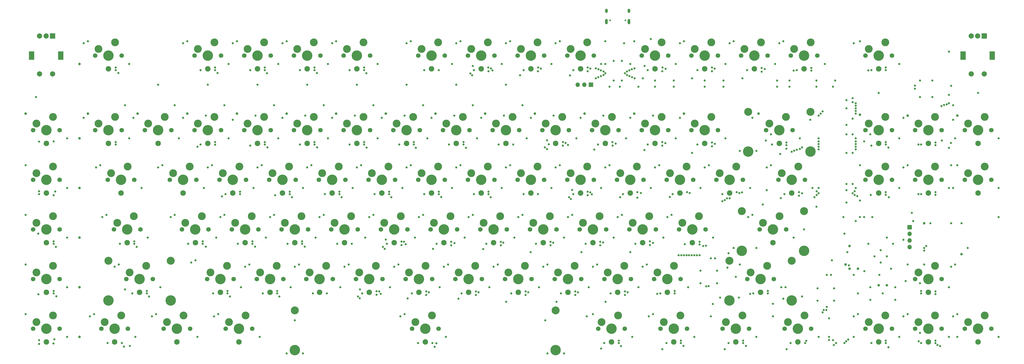
<source format=gts>
%TF.GenerationSoftware,KiCad,Pcbnew,(5.1.10)-1*%
%TF.CreationDate,2021-12-23T20:50:28-05:00*%
%TF.ProjectId,custom_keyboard (f303),63757374-6f6d-45f6-9b65-79626f617264,rev?*%
%TF.SameCoordinates,Original*%
%TF.FileFunction,Soldermask,Top*%
%TF.FilePolarity,Negative*%
%FSLAX46Y46*%
G04 Gerber Fmt 4.6, Leading zero omitted, Abs format (unit mm)*
G04 Created by KiCad (PCBNEW (5.1.10)-1) date 2021-12-23 20:50:28*
%MOMM*%
%LPD*%
G01*
G04 APERTURE LIST*
%ADD10C,2.100000*%
%ADD11R,2.000000X2.000000*%
%ADD12C,2.000000*%
%ADD13R,2.000000X3.200000*%
%ADD14C,1.000000*%
%ADD15O,1.700000X1.700000*%
%ADD16R,1.700000X1.700000*%
%ADD17C,0.650000*%
%ADD18O,1.000000X2.100000*%
%ADD19O,1.000000X1.600000*%
%ADD20C,3.000000*%
%ADD21C,1.750000*%
%ADD22C,4.000000*%
%ADD23C,3.050000*%
%ADD24C,0.800000*%
G04 APERTURE END LIST*
D10*
%TO.C,LED1*%
X30160600Y-131273300D03*
%TD*%
D11*
%TO.C,ROT1*%
X32541700Y-90084950D03*
D12*
X30041700Y-90084950D03*
X27541700Y-90084950D03*
D13*
X35641700Y-97584950D03*
X24441700Y-97584950D03*
D12*
X32541700Y-104584950D03*
X27541700Y-104584950D03*
%TD*%
D14*
%TO.C,COL12*%
X255571400Y-119848700D03*
%TD*%
%TO.C,COL3*%
X84132200Y-119848700D03*
%TD*%
%TO.C,COL0*%
X22223600Y-119848700D03*
%TD*%
%TO.C,ROW5*%
X42859800Y-205568300D03*
%TD*%
%TO.C,ROW4*%
X42859800Y-186519500D03*
%TD*%
%TO.C,ROW3*%
X42859800Y-167470700D03*
%TD*%
%TO.C,ROW2*%
X42859800Y-148421900D03*
%TD*%
%TO.C,ROW1*%
X42859800Y-129373100D03*
%TD*%
%TO.C,ROW0*%
X42859800Y-100799900D03*
%TD*%
%TO.C,COL16*%
X360339800Y-120642400D03*
%TD*%
%TO.C,COL17*%
X379388600Y-120642400D03*
%TD*%
%TO.C,COL4*%
X103181000Y-119848700D03*
%TD*%
%TO.C,COL5*%
X122229800Y-119848700D03*
%TD*%
%TO.C,COL6*%
X141278600Y-119848700D03*
%TD*%
%TO.C,COL7*%
X160327400Y-119848700D03*
%TD*%
%TO.C,COL8*%
X179376200Y-119848700D03*
%TD*%
%TO.C,COL9*%
X198425000Y-119848700D03*
%TD*%
%TO.C,COL10*%
X217473800Y-119848700D03*
%TD*%
%TO.C,COL11*%
X236522600Y-119848700D03*
%TD*%
%TO.C,COL14*%
X303193400Y-119848700D03*
%TD*%
%TO.C,COL2*%
X65083400Y-119848700D03*
%TD*%
D11*
%TO.C,ROT2*%
X389706700Y-90084950D03*
D12*
X387206700Y-90084950D03*
X384706700Y-90084950D03*
D13*
X392806700Y-97584950D03*
X381606700Y-97584950D03*
D12*
X389706700Y-104584950D03*
X384706700Y-104584950D03*
%TD*%
D14*
%TO.C,BOOT0*%
X380976000Y-173820300D03*
%TD*%
%TO.C,BOOT1*%
X338116200Y-170645500D03*
%TD*%
%TO.C,ENCA1*%
X338116200Y-179376200D03*
%TD*%
%TO.C,ENCB2*%
X336528800Y-177788800D03*
%TD*%
D15*
%TO.C,J1*%
X361133500Y-171122200D03*
X361133500Y-168582200D03*
X361133500Y-166042200D03*
D16*
X361133500Y-163502200D03*
%TD*%
D14*
%TO.C,X1*%
X352402800Y-185725800D03*
%TD*%
%TO.C,X2*%
X349228000Y-185725800D03*
%TD*%
%TO.C,ENCB1*%
X341291000Y-179376200D03*
%TD*%
D17*
%TO.C,USB1*%
X252111800Y-84032600D03*
X246331800Y-84032600D03*
D18*
X244901800Y-84562600D03*
X253541800Y-84562600D03*
D19*
X244901800Y-80382600D03*
X253541800Y-80382600D03*
%TD*%
D10*
%TO.C,LED3*%
X53971600Y-102700100D03*
%TD*%
%TO.C,LED4*%
X92069200Y-102700100D03*
%TD*%
%TO.C,LED5*%
X111118000Y-102700100D03*
%TD*%
%TO.C,LED6*%
X130166800Y-102700100D03*
%TD*%
%TO.C,LED7*%
X149215600Y-102700100D03*
%TD*%
%TO.C,LED8*%
X177788800Y-102700100D03*
%TD*%
%TO.C,LED9*%
X196837600Y-102700100D03*
%TD*%
%TO.C,LED10*%
X215886400Y-102700100D03*
%TD*%
%TO.C,LED11*%
X234935200Y-102700100D03*
%TD*%
%TO.C,LED12*%
X263508400Y-102700100D03*
%TD*%
%TO.C,LED13*%
X282557200Y-102700100D03*
%TD*%
%TO.C,LED14*%
X301606000Y-102700100D03*
%TD*%
%TO.C,LED15*%
X320654800Y-102700100D03*
%TD*%
%TO.C,LED16*%
X349228000Y-102700100D03*
%TD*%
%TO.C,LED33*%
X82544800Y-150322100D03*
%TD*%
%TO.C,LED34*%
X101593600Y-150322100D03*
%TD*%
%TO.C,LED35*%
X120642400Y-150322100D03*
%TD*%
%TO.C,LED36*%
X139691200Y-150322100D03*
%TD*%
%TO.C,LED37*%
X158740000Y-150322100D03*
%TD*%
%TO.C,LED38*%
X177788800Y-150322100D03*
%TD*%
%TO.C,LED39*%
X196837600Y-150322100D03*
%TD*%
%TO.C,LED40*%
X215886400Y-150322100D03*
%TD*%
%TO.C,LED41*%
X234935200Y-150322100D03*
%TD*%
%TO.C,LED42*%
X253984000Y-150322100D03*
%TD*%
%TO.C,LED43*%
X273032800Y-150322100D03*
%TD*%
%TO.C,LED44*%
X292081600Y-150322100D03*
%TD*%
%TO.C,LED45*%
X315892600Y-150322100D03*
%TD*%
%TO.C,LED46*%
X349228000Y-150322100D03*
%TD*%
%TO.C,LED47*%
X368276800Y-150322100D03*
%TD*%
%TO.C,LED48*%
X387325600Y-150322100D03*
%TD*%
%TO.C,LED65*%
X30160600Y-207468500D03*
%TD*%
%TO.C,LED66*%
X56352700Y-207468500D03*
%TD*%
%TO.C,LED67*%
X80163700Y-207468500D03*
%TD*%
%TO.C,LED68*%
X30160600Y-188419700D03*
%TD*%
%TO.C,LED69*%
X65877100Y-188419700D03*
%TD*%
%TO.C,LED70*%
X96831400Y-188419700D03*
%TD*%
%TO.C,LED71*%
X115880200Y-188419700D03*
%TD*%
%TO.C,LED72*%
X134929000Y-188419700D03*
%TD*%
%TO.C,LED73*%
X153977800Y-188419700D03*
%TD*%
%TO.C,LED74*%
X173026600Y-188419700D03*
%TD*%
%TO.C,LED75*%
X192075400Y-188419700D03*
%TD*%
%TO.C,LED76*%
X211124200Y-188419700D03*
%TD*%
%TO.C,LED77*%
X230173000Y-188419700D03*
%TD*%
%TO.C,LED78*%
X249221800Y-188419700D03*
%TD*%
%TO.C,LED79*%
X268270600Y-188419700D03*
%TD*%
%TO.C,LED80*%
X303987100Y-188419700D03*
%TD*%
%TO.C,LED2*%
X53971600Y-131273300D03*
%TD*%
D14*
%TO.C,COL13*%
X274620200Y-119848700D03*
%TD*%
D10*
%TO.C,LED17*%
X387325600Y-131273300D03*
%TD*%
%TO.C,LED18*%
X368276800Y-131273300D03*
%TD*%
%TO.C,LED19*%
X349228000Y-131273300D03*
%TD*%
%TO.C,LED20*%
X311130400Y-131273300D03*
%TD*%
%TO.C,LED21*%
X282557200Y-131273300D03*
%TD*%
%TO.C,LED22*%
X263508400Y-131273300D03*
%TD*%
%TO.C,LED23*%
X244459600Y-131273300D03*
%TD*%
%TO.C,LED24*%
X225410800Y-131273300D03*
%TD*%
%TO.C,LED25*%
X206362000Y-131273300D03*
%TD*%
%TO.C,LED26*%
X187313200Y-131273300D03*
%TD*%
%TO.C,LED27*%
X168264400Y-131273300D03*
%TD*%
%TO.C,LED28*%
X149215600Y-131273300D03*
%TD*%
%TO.C,LED29*%
X130166800Y-131273300D03*
%TD*%
%TO.C,LED30*%
X111118000Y-131273300D03*
%TD*%
%TO.C,LED31*%
X92069200Y-131273300D03*
%TD*%
%TO.C,LED32*%
X73020400Y-131273300D03*
%TD*%
%TO.C,LED81*%
X387325600Y-207468500D03*
%TD*%
%TO.C,LED82*%
X368276800Y-188419700D03*
%TD*%
%TO.C,LED83*%
X368276800Y-207468500D03*
%TD*%
%TO.C,LED84*%
X349228000Y-207468500D03*
%TD*%
%TO.C,LED85*%
X246840700Y-207468500D03*
%TD*%
%TO.C,LED86*%
X270651700Y-207468500D03*
%TD*%
%TO.C,LED87*%
X294462700Y-207468500D03*
%TD*%
%TO.C,LED88*%
X318273700Y-207468500D03*
%TD*%
%TO.C,LED89*%
X175407700Y-207468500D03*
%TD*%
%TO.C,LED90*%
X103974700Y-207468500D03*
%TD*%
%TO.C,LED49*%
X30160600Y-150322100D03*
%TD*%
%TO.C,LED50*%
X58733800Y-150322100D03*
%TD*%
%TO.C,LED51*%
X30160600Y-169370900D03*
%TD*%
%TO.C,LED52*%
X61114900Y-169370900D03*
%TD*%
%TO.C,LED53*%
X87307000Y-169370900D03*
%TD*%
%TO.C,LED54*%
X106355800Y-169370900D03*
%TD*%
%TO.C,LED55*%
X125404600Y-169370900D03*
%TD*%
%TO.C,LED56*%
X144453400Y-169370900D03*
%TD*%
%TO.C,LED57*%
X163502200Y-169370900D03*
%TD*%
%TO.C,LED58*%
X182551000Y-169370900D03*
%TD*%
%TO.C,LED59*%
X201599800Y-169370900D03*
%TD*%
%TO.C,LED60*%
X220648600Y-169370900D03*
%TD*%
%TO.C,LED61*%
X239697400Y-169370900D03*
%TD*%
%TO.C,LED62*%
X258746200Y-169370900D03*
%TD*%
%TO.C,LED63*%
X277795000Y-169370900D03*
%TD*%
%TO.C,LED64*%
X308749300Y-169370900D03*
%TD*%
D14*
%TO.C,RST1*%
X366689400Y-161914800D03*
%TD*%
D15*
%TO.C,J3*%
X233823700Y-108736900D03*
X236363700Y-108736900D03*
D16*
X238903700Y-108736900D03*
%TD*%
D20*
%TO.C,MX1*%
X56511600Y-92545100D03*
X50161600Y-95085100D03*
D21*
X59051600Y-97625100D03*
X48891600Y-97625100D03*
D22*
X53971600Y-97625100D03*
%TD*%
D20*
%TO.C,MX2*%
X94609200Y-92545100D03*
X88259200Y-95085100D03*
D21*
X97149200Y-97625100D03*
X86989200Y-97625100D03*
D22*
X92069200Y-97625100D03*
%TD*%
D20*
%TO.C,MX3*%
X113658000Y-92545100D03*
X107308000Y-95085100D03*
D21*
X116198000Y-97625100D03*
X106038000Y-97625100D03*
D22*
X111118000Y-97625100D03*
%TD*%
D20*
%TO.C,MX4*%
X132706800Y-92545100D03*
X126356800Y-95085100D03*
D21*
X135246800Y-97625100D03*
X125086800Y-97625100D03*
D22*
X130166800Y-97625100D03*
%TD*%
D20*
%TO.C,MX5*%
X151755600Y-92545100D03*
X145405600Y-95085100D03*
D21*
X154295600Y-97625100D03*
X144135600Y-97625100D03*
D22*
X149215600Y-97625100D03*
%TD*%
D20*
%TO.C,MX6*%
X180328800Y-92545100D03*
X173978800Y-95085100D03*
D21*
X182868800Y-97625100D03*
X172708800Y-97625100D03*
D22*
X177788800Y-97625100D03*
%TD*%
D20*
%TO.C,MX7*%
X199377600Y-92545100D03*
X193027600Y-95085100D03*
D21*
X201917600Y-97625100D03*
X191757600Y-97625100D03*
D22*
X196837600Y-97625100D03*
%TD*%
D20*
%TO.C,MX8*%
X218426400Y-92545100D03*
X212076400Y-95085100D03*
D21*
X220966400Y-97625100D03*
X210806400Y-97625100D03*
D22*
X215886400Y-97625100D03*
%TD*%
D20*
%TO.C,MX9*%
X237475200Y-92545100D03*
X231125200Y-95085100D03*
D21*
X240015200Y-97625100D03*
X229855200Y-97625100D03*
D22*
X234935200Y-97625100D03*
%TD*%
D20*
%TO.C,MX10*%
X266048400Y-92545100D03*
X259698400Y-95085100D03*
D21*
X268588400Y-97625100D03*
X258428400Y-97625100D03*
D22*
X263508400Y-97625100D03*
%TD*%
D20*
%TO.C,MX11*%
X285097200Y-92545100D03*
X278747200Y-95085100D03*
D21*
X287637200Y-97625100D03*
X277477200Y-97625100D03*
D22*
X282557200Y-97625100D03*
%TD*%
D20*
%TO.C,MX12*%
X304146000Y-92545100D03*
X297796000Y-95085100D03*
D21*
X306686000Y-97625100D03*
X296526000Y-97625100D03*
D22*
X301606000Y-97625100D03*
%TD*%
D20*
%TO.C,MX13*%
X323194800Y-92545100D03*
X316844800Y-95085100D03*
D21*
X325734800Y-97625100D03*
X315574800Y-97625100D03*
D22*
X320654800Y-97625100D03*
%TD*%
D20*
%TO.C,MX14*%
X351768000Y-92545100D03*
X345418000Y-95085100D03*
D21*
X354308000Y-97625100D03*
X344148000Y-97625100D03*
D22*
X349228000Y-97625100D03*
%TD*%
D20*
%TO.C,MX15*%
X32700600Y-121118300D03*
X26350600Y-123658300D03*
D21*
X35240600Y-126198300D03*
X25080600Y-126198300D03*
D22*
X30160600Y-126198300D03*
%TD*%
D20*
%TO.C,MX16*%
X56511600Y-121118300D03*
X50161600Y-123658300D03*
D21*
X59051600Y-126198300D03*
X48891600Y-126198300D03*
D22*
X53971600Y-126198300D03*
%TD*%
D20*
%TO.C,MX17*%
X75560400Y-121118300D03*
X69210400Y-123658300D03*
D21*
X78100400Y-126198300D03*
X67940400Y-126198300D03*
D22*
X73020400Y-126198300D03*
%TD*%
D20*
%TO.C,MX18*%
X94609200Y-121118300D03*
X88259200Y-123658300D03*
D21*
X97149200Y-126198300D03*
X86989200Y-126198300D03*
D22*
X92069200Y-126198300D03*
%TD*%
D20*
%TO.C,MX19*%
X113658000Y-121118300D03*
X107308000Y-123658300D03*
D21*
X116198000Y-126198300D03*
X106038000Y-126198300D03*
D22*
X111118000Y-126198300D03*
%TD*%
D20*
%TO.C,MX20*%
X132706800Y-121118300D03*
X126356800Y-123658300D03*
D21*
X135246800Y-126198300D03*
X125086800Y-126198300D03*
D22*
X130166800Y-126198300D03*
%TD*%
D20*
%TO.C,MX21*%
X151755600Y-121118300D03*
X145405600Y-123658300D03*
D21*
X154295600Y-126198300D03*
X144135600Y-126198300D03*
D22*
X149215600Y-126198300D03*
%TD*%
D20*
%TO.C,MX22*%
X170804400Y-121118300D03*
X164454400Y-123658300D03*
D21*
X173344400Y-126198300D03*
X163184400Y-126198300D03*
D22*
X168264400Y-126198300D03*
%TD*%
D20*
%TO.C,MX23*%
X189853200Y-121118300D03*
X183503200Y-123658300D03*
D21*
X192393200Y-126198300D03*
X182233200Y-126198300D03*
D22*
X187313200Y-126198300D03*
%TD*%
D20*
%TO.C,MX24*%
X208902000Y-121118300D03*
X202552000Y-123658300D03*
D21*
X211442000Y-126198300D03*
X201282000Y-126198300D03*
D22*
X206362000Y-126198300D03*
%TD*%
D20*
%TO.C,MX25*%
X227950800Y-121118300D03*
X221600800Y-123658300D03*
D21*
X230490800Y-126198300D03*
X220330800Y-126198300D03*
D22*
X225410800Y-126198300D03*
%TD*%
D20*
%TO.C,MX26*%
X246999600Y-121118300D03*
X240649600Y-123658300D03*
D21*
X249539600Y-126198300D03*
X239379600Y-126198300D03*
D22*
X244459600Y-126198300D03*
%TD*%
D20*
%TO.C,MX27*%
X266048400Y-121118300D03*
X259698400Y-123658300D03*
D21*
X268588400Y-126198300D03*
X258428400Y-126198300D03*
D22*
X263508400Y-126198300D03*
%TD*%
D20*
%TO.C,MX28*%
X285097200Y-121118300D03*
X278747200Y-123658300D03*
D21*
X287637200Y-126198300D03*
X277477200Y-126198300D03*
D22*
X282557200Y-126198300D03*
%TD*%
D23*
%TO.C,MX29*%
X323068400Y-119198300D03*
D22*
X323068400Y-134438300D03*
X299192400Y-134438300D03*
D23*
X299192400Y-119198300D03*
D20*
X313670400Y-121118300D03*
X307320400Y-123658300D03*
D21*
X316210400Y-126198300D03*
X306050400Y-126198300D03*
D22*
X311130400Y-126198300D03*
%TD*%
D20*
%TO.C,MX30*%
X351768000Y-121118300D03*
X345418000Y-123658300D03*
D21*
X354308000Y-126198300D03*
X344148000Y-126198300D03*
D22*
X349228000Y-126198300D03*
%TD*%
D20*
%TO.C,MX31*%
X370816800Y-121118300D03*
X364466800Y-123658300D03*
D21*
X373356800Y-126198300D03*
X363196800Y-126198300D03*
D22*
X368276800Y-126198300D03*
%TD*%
D20*
%TO.C,MX32*%
X389865600Y-121118300D03*
X383515600Y-123658300D03*
D21*
X392405600Y-126198300D03*
X382245600Y-126198300D03*
D22*
X387325600Y-126198300D03*
%TD*%
D20*
%TO.C,MX33*%
X32700600Y-140167100D03*
X26350600Y-142707100D03*
D21*
X35240600Y-145247100D03*
X25080600Y-145247100D03*
D22*
X30160600Y-145247100D03*
%TD*%
D20*
%TO.C,MX34*%
X61273800Y-140167100D03*
X54923800Y-142707100D03*
D21*
X63813800Y-145247100D03*
X53653800Y-145247100D03*
D22*
X58733800Y-145247100D03*
%TD*%
D20*
%TO.C,MX35*%
X85084800Y-140167100D03*
X78734800Y-142707100D03*
D21*
X87624800Y-145247100D03*
X77464800Y-145247100D03*
D22*
X82544800Y-145247100D03*
%TD*%
D20*
%TO.C,MX36*%
X104133600Y-140167100D03*
X97783600Y-142707100D03*
D21*
X106673600Y-145247100D03*
X96513600Y-145247100D03*
D22*
X101593600Y-145247100D03*
%TD*%
D20*
%TO.C,MX37*%
X123182400Y-140167100D03*
X116832400Y-142707100D03*
D21*
X125722400Y-145247100D03*
X115562400Y-145247100D03*
D22*
X120642400Y-145247100D03*
%TD*%
D20*
%TO.C,MX38*%
X142231200Y-140167100D03*
X135881200Y-142707100D03*
D21*
X144771200Y-145247100D03*
X134611200Y-145247100D03*
D22*
X139691200Y-145247100D03*
%TD*%
D20*
%TO.C,MX39*%
X161280000Y-140167100D03*
X154930000Y-142707100D03*
D21*
X163820000Y-145247100D03*
X153660000Y-145247100D03*
D22*
X158740000Y-145247100D03*
%TD*%
D20*
%TO.C,MX40*%
X180328800Y-140167100D03*
X173978800Y-142707100D03*
D21*
X182868800Y-145247100D03*
X172708800Y-145247100D03*
D22*
X177788800Y-145247100D03*
%TD*%
D20*
%TO.C,MX41*%
X199377600Y-140167100D03*
X193027600Y-142707100D03*
D21*
X201917600Y-145247100D03*
X191757600Y-145247100D03*
D22*
X196837600Y-145247100D03*
%TD*%
D20*
%TO.C,MX42*%
X218426400Y-140167100D03*
X212076400Y-142707100D03*
D21*
X220966400Y-145247100D03*
X210806400Y-145247100D03*
D22*
X215886400Y-145247100D03*
%TD*%
D20*
%TO.C,MX43*%
X237475200Y-140167100D03*
X231125200Y-142707100D03*
D21*
X240015200Y-145247100D03*
X229855200Y-145247100D03*
D22*
X234935200Y-145247100D03*
%TD*%
D20*
%TO.C,MX44*%
X256524000Y-140167100D03*
X250174000Y-142707100D03*
D21*
X259064000Y-145247100D03*
X248904000Y-145247100D03*
D22*
X253984000Y-145247100D03*
%TD*%
D20*
%TO.C,MX45*%
X275572800Y-140167100D03*
X269222800Y-142707100D03*
D21*
X278112800Y-145247100D03*
X267952800Y-145247100D03*
D22*
X273032800Y-145247100D03*
%TD*%
D20*
%TO.C,MX46*%
X294621600Y-140167100D03*
X288271600Y-142707100D03*
D21*
X297161600Y-145247100D03*
X287001600Y-145247100D03*
D22*
X292081600Y-145247100D03*
%TD*%
D20*
%TO.C,MX47*%
X318432600Y-140167100D03*
X312082600Y-142707100D03*
D21*
X320972600Y-145247100D03*
X310812600Y-145247100D03*
D22*
X315892600Y-145247100D03*
%TD*%
D20*
%TO.C,MX48*%
X351768000Y-140167100D03*
X345418000Y-142707100D03*
D21*
X354308000Y-145247100D03*
X344148000Y-145247100D03*
D22*
X349228000Y-145247100D03*
%TD*%
D20*
%TO.C,MX49*%
X370816800Y-140167100D03*
X364466800Y-142707100D03*
D21*
X373356800Y-145247100D03*
X363196800Y-145247100D03*
D22*
X368276800Y-145247100D03*
%TD*%
D20*
%TO.C,MX50*%
X389865600Y-140167100D03*
X383515600Y-142707100D03*
D21*
X392405600Y-145247100D03*
X382245600Y-145247100D03*
D22*
X387325600Y-145247100D03*
%TD*%
D20*
%TO.C,MX51*%
X32700600Y-159215900D03*
X26350600Y-161755900D03*
D21*
X35240600Y-164295900D03*
X25080600Y-164295900D03*
D22*
X30160600Y-164295900D03*
%TD*%
D20*
%TO.C,MX52*%
X63654900Y-159215900D03*
X57304900Y-161755900D03*
D21*
X66194900Y-164295900D03*
X56034900Y-164295900D03*
D22*
X61114900Y-164295900D03*
%TD*%
D20*
%TO.C,MX53*%
X89788700Y-159215900D03*
X83438700Y-161755900D03*
D21*
X92328700Y-164295900D03*
X82168700Y-164295900D03*
D22*
X87248700Y-164295900D03*
%TD*%
D20*
%TO.C,MX54*%
X108895800Y-159215900D03*
X102545800Y-161755900D03*
D21*
X111435800Y-164295900D03*
X101275800Y-164295900D03*
D22*
X106355800Y-164295900D03*
%TD*%
D20*
%TO.C,MX55*%
X127944600Y-159215900D03*
X121594600Y-161755900D03*
D21*
X130484600Y-164295900D03*
X120324600Y-164295900D03*
D22*
X125404600Y-164295900D03*
%TD*%
D20*
%TO.C,MX56*%
X146993400Y-159215900D03*
X140643400Y-161755900D03*
D21*
X149533400Y-164295900D03*
X139373400Y-164295900D03*
D22*
X144453400Y-164295900D03*
%TD*%
D20*
%TO.C,MX57*%
X166042200Y-159215900D03*
X159692200Y-161755900D03*
D21*
X168582200Y-164295900D03*
X158422200Y-164295900D03*
D22*
X163502200Y-164295900D03*
%TD*%
D20*
%TO.C,MX58*%
X185091000Y-159215900D03*
X178741000Y-161755900D03*
D21*
X187631000Y-164295900D03*
X177471000Y-164295900D03*
D22*
X182551000Y-164295900D03*
%TD*%
D20*
%TO.C,MX59*%
X204139800Y-159215900D03*
X197789800Y-161755900D03*
D21*
X206679800Y-164295900D03*
X196519800Y-164295900D03*
D22*
X201599800Y-164295900D03*
%TD*%
D20*
%TO.C,MX60*%
X223188600Y-159215900D03*
X216838600Y-161755900D03*
D21*
X225728600Y-164295900D03*
X215568600Y-164295900D03*
D22*
X220648600Y-164295900D03*
%TD*%
D20*
%TO.C,MX61*%
X242237400Y-159215900D03*
X235887400Y-161755900D03*
D21*
X244777400Y-164295900D03*
X234617400Y-164295900D03*
D22*
X239697400Y-164295900D03*
%TD*%
D20*
%TO.C,MX62*%
X261286200Y-159215900D03*
X254936200Y-161755900D03*
D21*
X263826200Y-164295900D03*
X253666200Y-164295900D03*
D22*
X258746200Y-164295900D03*
%TD*%
D20*
%TO.C,MX63*%
X280335000Y-159215900D03*
X273985000Y-161755900D03*
D21*
X282875000Y-164295900D03*
X272715000Y-164295900D03*
D22*
X277795000Y-164295900D03*
%TD*%
D23*
%TO.C,MX64*%
X320687300Y-157295900D03*
D22*
X320687300Y-172535900D03*
X296811300Y-172535900D03*
D23*
X296811300Y-157295900D03*
D20*
X311289300Y-159215900D03*
X304939300Y-161755900D03*
D21*
X313829300Y-164295900D03*
X303669300Y-164295900D03*
D22*
X308749300Y-164295900D03*
%TD*%
D20*
%TO.C,MX65*%
X32700600Y-178264700D03*
X26350600Y-180804700D03*
D21*
X35240600Y-183344700D03*
X25080600Y-183344700D03*
D22*
X30160600Y-183344700D03*
%TD*%
D23*
%TO.C,MX66*%
X77815100Y-176344700D03*
D22*
X77815100Y-191584700D03*
X53939100Y-191584700D03*
D23*
X53939100Y-176344700D03*
D20*
X68417100Y-178264700D03*
X62067100Y-180804700D03*
D21*
X70957100Y-183344700D03*
X60797100Y-183344700D03*
D22*
X65877100Y-183344700D03*
%TD*%
D20*
%TO.C,MX67*%
X99371400Y-178264700D03*
X93021400Y-180804700D03*
D21*
X101911400Y-183344700D03*
X91751400Y-183344700D03*
D22*
X96831400Y-183344700D03*
%TD*%
D20*
%TO.C,MX68*%
X118420200Y-178264700D03*
X112070200Y-180804700D03*
D21*
X120960200Y-183344700D03*
X110800200Y-183344700D03*
D22*
X115880200Y-183344700D03*
%TD*%
D20*
%TO.C,MX69*%
X137469000Y-178264700D03*
X131119000Y-180804700D03*
D21*
X140009000Y-183344700D03*
X129849000Y-183344700D03*
D22*
X134929000Y-183344700D03*
%TD*%
D20*
%TO.C,MX70*%
X156517800Y-178264700D03*
X150167800Y-180804700D03*
D21*
X159057800Y-183344700D03*
X148897800Y-183344700D03*
D22*
X153977800Y-183344700D03*
%TD*%
D20*
%TO.C,MX71*%
X175566600Y-178264700D03*
X169216600Y-180804700D03*
D21*
X178106600Y-183344700D03*
X167946600Y-183344700D03*
D22*
X173026600Y-183344700D03*
%TD*%
D20*
%TO.C,MX72*%
X194615400Y-178264700D03*
X188265400Y-180804700D03*
D21*
X197155400Y-183344700D03*
X186995400Y-183344700D03*
D22*
X192075400Y-183344700D03*
%TD*%
D20*
%TO.C,MX73*%
X213664200Y-178264700D03*
X207314200Y-180804700D03*
D21*
X216204200Y-183344700D03*
X206044200Y-183344700D03*
D22*
X211124200Y-183344700D03*
%TD*%
D20*
%TO.C,MX74*%
X232713000Y-178264700D03*
X226363000Y-180804700D03*
D21*
X235253000Y-183344700D03*
X225093000Y-183344700D03*
D22*
X230173000Y-183344700D03*
%TD*%
D20*
%TO.C,MX75*%
X251761800Y-178264700D03*
X245411800Y-180804700D03*
D21*
X254301800Y-183344700D03*
X244141800Y-183344700D03*
D22*
X249221800Y-183344700D03*
%TD*%
D20*
%TO.C,MX76*%
X270810600Y-178264700D03*
X264460600Y-180804700D03*
D21*
X273350600Y-183344700D03*
X263190600Y-183344700D03*
D22*
X268270600Y-183344700D03*
%TD*%
D23*
%TO.C,MX77*%
X315925100Y-176344700D03*
D22*
X315925100Y-191584700D03*
X292049100Y-191584700D03*
D23*
X292049100Y-176344700D03*
D20*
X306527100Y-178264700D03*
X300177100Y-180804700D03*
D21*
X309067100Y-183344700D03*
X298907100Y-183344700D03*
D22*
X303987100Y-183344700D03*
%TD*%
D20*
%TO.C,MX78*%
X370816800Y-178264700D03*
X364466800Y-180804700D03*
D21*
X373356800Y-183344700D03*
X363196800Y-183344700D03*
D22*
X368276800Y-183344700D03*
%TD*%
D20*
%TO.C,MX79*%
X32700600Y-197313500D03*
X26350600Y-199853500D03*
D21*
X35240600Y-202393500D03*
X25080600Y-202393500D03*
D22*
X30160600Y-202393500D03*
%TD*%
D20*
%TO.C,MX80*%
X58892700Y-197313500D03*
X52542700Y-199853500D03*
D21*
X61432700Y-202393500D03*
X51272700Y-202393500D03*
D22*
X56352700Y-202393500D03*
%TD*%
D20*
%TO.C,MX81*%
X82703700Y-197313500D03*
X76353700Y-199853500D03*
D21*
X85243700Y-202393500D03*
X75083700Y-202393500D03*
D22*
X80163700Y-202393500D03*
%TD*%
D20*
%TO.C,MX82*%
X106514700Y-197313500D03*
X100164700Y-199853500D03*
D21*
X109054700Y-202393500D03*
X98894700Y-202393500D03*
D22*
X103974700Y-202393500D03*
%TD*%
D23*
%TO.C,MX83*%
X225407700Y-195393500D03*
D22*
X225407700Y-210633500D03*
X125407700Y-210633500D03*
D23*
X125407700Y-195393500D03*
D20*
X177947700Y-197313500D03*
X171597700Y-199853500D03*
D21*
X180487700Y-202393500D03*
X170327700Y-202393500D03*
D22*
X175407700Y-202393500D03*
%TD*%
D20*
%TO.C,MX84*%
X249380700Y-197313500D03*
X243030700Y-199853500D03*
D21*
X251920700Y-202393500D03*
X241760700Y-202393500D03*
D22*
X246840700Y-202393500D03*
%TD*%
D20*
%TO.C,MX85*%
X273191700Y-197313500D03*
X266841700Y-199853500D03*
D21*
X275731700Y-202393500D03*
X265571700Y-202393500D03*
D22*
X270651700Y-202393500D03*
%TD*%
D20*
%TO.C,MX86*%
X297002700Y-197313500D03*
X290652700Y-199853500D03*
D21*
X299542700Y-202393500D03*
X289382700Y-202393500D03*
D22*
X294462700Y-202393500D03*
%TD*%
D20*
%TO.C,MX87*%
X320813700Y-197313500D03*
X314463700Y-199853500D03*
D21*
X323353700Y-202393500D03*
X313193700Y-202393500D03*
D22*
X318273700Y-202393500D03*
%TD*%
D20*
%TO.C,MX88*%
X351768000Y-197313500D03*
X345418000Y-199853500D03*
D21*
X354308000Y-202393500D03*
X344148000Y-202393500D03*
D22*
X349228000Y-202393500D03*
%TD*%
D20*
%TO.C,MX89*%
X370816800Y-197313500D03*
X364466800Y-199853500D03*
D21*
X373356800Y-202393500D03*
X363196800Y-202393500D03*
D22*
X368276800Y-202393500D03*
%TD*%
D20*
%TO.C,MX90*%
X389865600Y-197313500D03*
X383515600Y-199853500D03*
D21*
X392405600Y-202393500D03*
X382245600Y-202393500D03*
D22*
X387325600Y-202393500D03*
%TD*%
D14*
%TO.C,COL1*%
X46034600Y-119848700D03*
%TD*%
%TO.C,COL15*%
X342084700Y-120245550D03*
%TD*%
D24*
X350815400Y-188900600D03*
X395262600Y-148421900D03*
X91275500Y-120642400D03*
X110324300Y-120642400D03*
X129373100Y-120642400D03*
X148421900Y-120642400D03*
X167470700Y-120642400D03*
X186519500Y-120642400D03*
X205568300Y-120642400D03*
X224617100Y-120642400D03*
X243665900Y-120642400D03*
X262714700Y-120642400D03*
X253984000Y-121436100D03*
X234935200Y-121436100D03*
X215886400Y-121436100D03*
X196837600Y-121436100D03*
X177788800Y-121436100D03*
X158740000Y-121436100D03*
X139691200Y-121436100D03*
X120642400Y-121436100D03*
X101593600Y-122229800D03*
X82544800Y-121436100D03*
X63496000Y-121436100D03*
X44447200Y-121436100D03*
X261921000Y-91275500D03*
X346053200Y-186519500D03*
X355577600Y-186519500D03*
X73020400Y-140484900D03*
X92069200Y-140484900D03*
X111118000Y-140484900D03*
X130166800Y-140484900D03*
X149215600Y-140484900D03*
X168264400Y-140484900D03*
X187313200Y-140484900D03*
X206362000Y-140484900D03*
X225410800Y-140484900D03*
X244459600Y-140484900D03*
X263508400Y-140484900D03*
X282557200Y-140484900D03*
X306368200Y-140484900D03*
X268270600Y-159533700D03*
X299224900Y-159533700D03*
X249221800Y-159533700D03*
X230173000Y-159533700D03*
X211124200Y-159533700D03*
X192075400Y-159533700D03*
X173026600Y-159533700D03*
X153977800Y-159533700D03*
X134929000Y-159533700D03*
X115880200Y-159533700D03*
X96831400Y-159533700D03*
X77782600Y-159533700D03*
X51590500Y-159533700D03*
X44447200Y-92862900D03*
X82544800Y-92862900D03*
X101593600Y-92862900D03*
X120642400Y-92862900D03*
X139691200Y-92862900D03*
X168264400Y-92862900D03*
X187313200Y-92862900D03*
X206362000Y-92862900D03*
X225410800Y-92862900D03*
X273032800Y-92862900D03*
X292081600Y-92862900D03*
X311130400Y-92862900D03*
X339703600Y-92862900D03*
X358752400Y-121436100D03*
X300812300Y-121436100D03*
X46828300Y-197631300D03*
X70639300Y-197631300D03*
X56352700Y-178582500D03*
X94450300Y-197631300D03*
X85719600Y-176995100D03*
X106355800Y-178582500D03*
X125404600Y-178582500D03*
X144453400Y-178582500D03*
X165883300Y-197631300D03*
X163502200Y-178582500D03*
X182551000Y-178582500D03*
X201599800Y-178582500D03*
X220648600Y-178582500D03*
X239697400Y-178582500D03*
X237316300Y-197631300D03*
X258746200Y-178582500D03*
X261127300Y-197631300D03*
X284938300Y-197631300D03*
X308749300Y-197631300D03*
X294462700Y-182551000D03*
X339703600Y-197631300D03*
X358752400Y-197631300D03*
X377801200Y-197631300D03*
X49209400Y-140484900D03*
X125404600Y-199218700D03*
X221442300Y-199218700D03*
X323035900Y-122229800D03*
X346053200Y-127785700D03*
X339306750Y-146834500D03*
X336925650Y-146834500D03*
X325417000Y-155565200D03*
X320654800Y-164295900D03*
X376213800Y-96037700D03*
X60321200Y-116673900D03*
X79370000Y-116673900D03*
X98418800Y-116673900D03*
X117467600Y-116673900D03*
X136516400Y-116673900D03*
X155565200Y-116673900D03*
X174614000Y-116673900D03*
X193662800Y-116673900D03*
X212711600Y-116673900D03*
X73020400Y-108736900D03*
X92069200Y-108736900D03*
X111118000Y-108736900D03*
X130166800Y-108736900D03*
X149215600Y-108736900D03*
X168264400Y-108736900D03*
X187313200Y-108736900D03*
X206362000Y-108736900D03*
X387325600Y-111911700D03*
X349228000Y-111911700D03*
X325417000Y-107149500D03*
X332560300Y-107149500D03*
X325417000Y-109530600D03*
X331766600Y-109530600D03*
X336925650Y-153977800D03*
X358752400Y-140484900D03*
X377007500Y-139691200D03*
X365102000Y-184932100D03*
X341291000Y-188900600D03*
X347640600Y-174614000D03*
X350021700Y-172232900D03*
X350021700Y-176995100D03*
X352402800Y-174614000D03*
X300018600Y-148421900D03*
X323829600Y-148421900D03*
X357165000Y-148421900D03*
X376213800Y-148421900D03*
X280969800Y-148421900D03*
X261921000Y-148421900D03*
X242872200Y-148421900D03*
X223823400Y-148421900D03*
X204774600Y-148421900D03*
X185725800Y-148421900D03*
X166677000Y-148421900D03*
X147628200Y-148421900D03*
X128579400Y-148421900D03*
X109530600Y-148421900D03*
X90481800Y-148421900D03*
X66670800Y-148421900D03*
X38097600Y-148421900D03*
X38097600Y-167470700D03*
X95244000Y-167470700D03*
X114292800Y-167470700D03*
X133341600Y-167470700D03*
X152390400Y-167470700D03*
X171439200Y-167470700D03*
X190488000Y-167470700D03*
X209536800Y-167470700D03*
X228585600Y-167470700D03*
X247634400Y-167470700D03*
X266683200Y-167470700D03*
X285732000Y-167470700D03*
X316686300Y-167470700D03*
X311924100Y-186519500D03*
X376213800Y-186519500D03*
X376213800Y-205568300D03*
X357165000Y-205568300D03*
X326210700Y-205568300D03*
X302399700Y-205568300D03*
X278588700Y-205568300D03*
X254777700Y-205568300D03*
X257158800Y-186519500D03*
X238110000Y-186519500D03*
X219061200Y-186519500D03*
X200012400Y-186519500D03*
X180963600Y-186519500D03*
X183344700Y-205568300D03*
X161914800Y-186519500D03*
X142866000Y-186519500D03*
X123817200Y-186519500D03*
X111911700Y-205568300D03*
X104768400Y-186519500D03*
X73814100Y-186519500D03*
X88100700Y-205568300D03*
X64289700Y-205568300D03*
X38097600Y-186519500D03*
X38097600Y-205568300D03*
X366689400Y-177788800D03*
X377007500Y-178582500D03*
X377007500Y-161914800D03*
X222236000Y-211917900D03*
X228585600Y-211917900D03*
X122229800Y-211917900D03*
X128579400Y-211917900D03*
X257158800Y-109530600D03*
X270651700Y-109530600D03*
X263508400Y-109530600D03*
X270651700Y-107149500D03*
X263508400Y-107149500D03*
X289700500Y-109530600D03*
X289700500Y-107149500D03*
X282557200Y-107149500D03*
X282557200Y-109530600D03*
X310336700Y-109530600D03*
X315098900Y-109530600D03*
X310336700Y-107149500D03*
X315098900Y-107149500D03*
X395262600Y-159533700D03*
X309543000Y-100799900D03*
X290494200Y-100799900D03*
X328591800Y-100799900D03*
X250809200Y-107149500D03*
X247634400Y-107149500D03*
X250015500Y-109530600D03*
X271445400Y-100799900D03*
X242872200Y-100799900D03*
X223823400Y-100799900D03*
X204774600Y-100799900D03*
X185725800Y-100799900D03*
X157152600Y-100799900D03*
X138103800Y-100799900D03*
X119055000Y-100799900D03*
X100006200Y-100799900D03*
X61908600Y-100799900D03*
X273032800Y-121436100D03*
X26192100Y-113499100D03*
X61908600Y-129373100D03*
X336925650Y-114689650D03*
X339306750Y-113895950D03*
X357165000Y-129373100D03*
X373435850Y-130166800D03*
X343672100Y-130563650D03*
X319067400Y-129373100D03*
X290494200Y-129373100D03*
X305971350Y-130166800D03*
X271445400Y-129373100D03*
X252396600Y-129373100D03*
X233347800Y-129373100D03*
X214299000Y-129373100D03*
X195250200Y-129373100D03*
X176201400Y-129373100D03*
X157152600Y-129373100D03*
X138103800Y-129373100D03*
X119055000Y-129373100D03*
X100006200Y-129373100D03*
X80957400Y-129373100D03*
X296050100Y-134135300D03*
X302399700Y-134135300D03*
X365102000Y-107149500D03*
X365102000Y-113499100D03*
X369864200Y-107149500D03*
X369864200Y-113499100D03*
X339306750Y-134929000D03*
X336925650Y-134929000D03*
X377801200Y-122229800D03*
X357165000Y-100799900D03*
X376213800Y-112705400D03*
X280969800Y-184932100D03*
X287319400Y-184932100D03*
X383357100Y-171439200D03*
X306368200Y-149215600D03*
X336925650Y-149215600D03*
X291684750Y-173423450D03*
X293669000Y-171439200D03*
X291287900Y-178979350D03*
X302399700Y-171439200D03*
X325813850Y-186916350D03*
X332163450Y-186916350D03*
X325813850Y-191678550D03*
X332163450Y-191678550D03*
X288509950Y-190488000D03*
X295653250Y-190488000D03*
X276207600Y-186519500D03*
X38097600Y-129373100D03*
X26985800Y-165883300D03*
X60321200Y-187313200D03*
X319861100Y-190091150D03*
X312717800Y-190884850D03*
X280969800Y-180169900D03*
X330179200Y-198425000D03*
X365102000Y-203980900D03*
X330179200Y-206758850D03*
X259539900Y-101593600D03*
X369070500Y-161914800D03*
X246047000Y-109530600D03*
X250809200Y-99609350D03*
X247634400Y-99609350D03*
X69051900Y-167470700D03*
X307955600Y-127785700D03*
X339306750Y-127785700D03*
X336925650Y-127785700D03*
X336925650Y-124214050D03*
X339306750Y-121832950D03*
X336925650Y-117864450D03*
X339306750Y-115483350D03*
X287319400Y-180169900D03*
X342084700Y-153184100D03*
X342084700Y-159533700D03*
X346053200Y-191281700D03*
X355577600Y-191281700D03*
X395262600Y-205568300D03*
X395262600Y-129373100D03*
X330972900Y-181757300D03*
X286525700Y-175407700D03*
X358752400Y-168264400D03*
X345259500Y-169851800D03*
X353990200Y-179376200D03*
X354783900Y-169851800D03*
X343787903Y-180285703D03*
X340497300Y-161121100D03*
X362445910Y-161121100D03*
X349546700Y-181757300D03*
X72226700Y-196837600D03*
X79370000Y-158740000D03*
X74607800Y-139691200D03*
X87307000Y-176201400D03*
X46034600Y-92069200D03*
X50796800Y-139691200D03*
X53177900Y-158740000D03*
X57940100Y-177788800D03*
X48415700Y-196837600D03*
X93656600Y-139691200D03*
X98418800Y-158740000D03*
X107943200Y-177788800D03*
X96037700Y-196837600D03*
X84132200Y-92069200D03*
X340497300Y-148421900D03*
X326210700Y-148421900D03*
X367483100Y-170645500D03*
X377763580Y-148421900D03*
X313511500Y-186519500D03*
X359578121Y-184096106D03*
X366689400Y-171439200D03*
X377801200Y-116673900D03*
X244459600Y-100799900D03*
X253984000Y-100799900D03*
X337800803Y-178089000D03*
X331335866Y-176159562D03*
X330179200Y-205568300D03*
X339703600Y-205568300D03*
X379388600Y-205568300D03*
X378594900Y-177788800D03*
X112705400Y-139691200D03*
X117467600Y-158740000D03*
X126992000Y-177788800D03*
X103181000Y-92069200D03*
X131754200Y-139691200D03*
X136516400Y-158740000D03*
X146040800Y-177788800D03*
X122229800Y-92069200D03*
X150803000Y-139691200D03*
X155565200Y-158740000D03*
X165089600Y-177788800D03*
X167470700Y-196837600D03*
X141278600Y-92069200D03*
X169851800Y-139691200D03*
X174614000Y-158740000D03*
X184138400Y-177788800D03*
X169851800Y-92069200D03*
X188900600Y-139691200D03*
X193662800Y-158740000D03*
X203187200Y-177788800D03*
X188900600Y-92069200D03*
X327004400Y-119848700D03*
X326210700Y-120642400D03*
X380976000Y-161914800D03*
X379388600Y-196837600D03*
X379388600Y-139691200D03*
X360339800Y-139691200D03*
X360339800Y-196837600D03*
X360339800Y-177788800D03*
X366702051Y-172451854D03*
X378594900Y-129373100D03*
X326210700Y-129373100D03*
X340497300Y-129373100D03*
X207949400Y-139691200D03*
X212711600Y-158740000D03*
X222236000Y-177788800D03*
X207949400Y-92069200D03*
X226998200Y-139691200D03*
X241284800Y-177788800D03*
X231760400Y-158740000D03*
X226998200Y-92069200D03*
X239697400Y-196837600D03*
X250809200Y-158740000D03*
X260333600Y-177788800D03*
X262714700Y-196837600D03*
X246047000Y-139691200D03*
X255571400Y-92069200D03*
X269858000Y-158740000D03*
X265095800Y-139691200D03*
X274620200Y-92069200D03*
X284144600Y-139691200D03*
X293669000Y-92069200D03*
X285693027Y-192908073D03*
X296050100Y-177788800D03*
X300812300Y-158740000D03*
X307955600Y-139691200D03*
X312717800Y-92069200D03*
X304780800Y-154771500D03*
X308749300Y-192869100D03*
X341291000Y-196837600D03*
X342084700Y-139691200D03*
X342084700Y-92069200D03*
X339703600Y-181757300D03*
X327798100Y-119055000D03*
X352402800Y-167470700D03*
X337281717Y-173067383D03*
X251602900Y-92862900D03*
X244459600Y-92069200D03*
X336131950Y-165883300D03*
X335735100Y-159533700D03*
X352005950Y-102180997D03*
X345259500Y-103250110D03*
X323432750Y-103350101D03*
X317876850Y-103181000D03*
X305574500Y-102784150D03*
X298828050Y-103181000D03*
X286383434Y-102572781D03*
X279779250Y-103181000D03*
X260730450Y-103181000D03*
X267552013Y-102663013D03*
X241812784Y-102871530D03*
X254646566Y-102871530D03*
X152853371Y-104347131D03*
X151993550Y-102180997D03*
X238729220Y-102567967D03*
X232157250Y-103181000D03*
X219696894Y-102584442D03*
X213108450Y-103181000D03*
X200576444Y-102498441D03*
X194059650Y-103181000D03*
X192706550Y-104419550D03*
X352005950Y-103181000D03*
X346450050Y-103181000D03*
X323432750Y-102350098D03*
X316686300Y-103350101D03*
X242768155Y-103271540D03*
X253691195Y-103271540D03*
X133838667Y-104313036D03*
X132944750Y-102180997D03*
X201202950Y-103277860D03*
X193413657Y-105126659D03*
X304383950Y-103750111D03*
X304383950Y-102350110D03*
X296985343Y-106350141D03*
X242768155Y-105477880D03*
X253691195Y-105477880D03*
X114755771Y-104347131D03*
X113895950Y-102180997D03*
X285335150Y-103577850D03*
X285372632Y-102177849D03*
X277737964Y-106350141D03*
X241775527Y-105877890D03*
X254683823Y-105877890D03*
X95741067Y-104313036D03*
X94847150Y-102180997D03*
X266286350Y-103577850D03*
X266345918Y-102177849D03*
X258816374Y-106277900D03*
X240779669Y-106277900D03*
X255679681Y-106277900D03*
X56749550Y-102180997D03*
X57728510Y-104281010D03*
X56749550Y-131754200D03*
X243752492Y-103664442D03*
X252706858Y-103664442D03*
X180566750Y-103181000D03*
X175010850Y-103181000D03*
X151993550Y-103181000D03*
X146437650Y-103181000D03*
X132944750Y-103181000D03*
X127388850Y-103181000D03*
X113895950Y-103181000D03*
X108340050Y-103181000D03*
X94847150Y-103181000D03*
X89291250Y-103181000D03*
X56749550Y-103181000D03*
X56749550Y-130754197D03*
X237713150Y-103577850D03*
X237713150Y-102177849D03*
X230890582Y-105226229D03*
X244459600Y-104371550D03*
X251999750Y-104371550D03*
X218664350Y-103577850D03*
X218698128Y-102177849D03*
X211730075Y-105114524D03*
X243752492Y-105078658D03*
X252706858Y-105078658D03*
X27382650Y-130623299D03*
X32938550Y-130563650D03*
X199615550Y-103577850D03*
X199555982Y-102177849D03*
X193651608Y-101577701D03*
X340497300Y-115848688D03*
X315893327Y-134532877D03*
X228188750Y-130751049D03*
X228188750Y-132151050D03*
X222120937Y-130098100D03*
X340497300Y-116848691D03*
X316876847Y-134057400D03*
X247237550Y-132151050D03*
X247177982Y-130751049D03*
X240224126Y-133651070D03*
X89291250Y-131754200D03*
X94842839Y-130815742D03*
X340497300Y-117848694D03*
X317876850Y-133738450D03*
X266286350Y-132151050D03*
X266281924Y-130751049D03*
X259471360Y-133807006D03*
X209139950Y-131754200D03*
X203584050Y-131754200D03*
X190091150Y-131754200D03*
X184535250Y-131754200D03*
X171042350Y-131754200D03*
X165486450Y-131754200D03*
X151993550Y-131754200D03*
X146437650Y-131754200D03*
X132944750Y-131754200D03*
X127388850Y-131754200D03*
X113895950Y-131754200D03*
X108340050Y-132151050D03*
X88067549Y-132556451D03*
X94847432Y-131815734D03*
X340497300Y-118848697D03*
X285335150Y-130960500D03*
X285318296Y-132360501D03*
X319007429Y-133378187D03*
X277742331Y-134923341D03*
X114874910Y-132854210D03*
X113895950Y-130754197D03*
X340497300Y-119848700D03*
X313908350Y-130960500D03*
X313908350Y-133360504D03*
X319861100Y-132857370D03*
X311527250Y-135325850D03*
X133923710Y-132854210D03*
X132944750Y-130754197D03*
X365498850Y-131754200D03*
X352005950Y-130754197D03*
X340497300Y-133563659D03*
X326210700Y-133563659D03*
X152887467Y-132886236D03*
X151993550Y-130754197D03*
X373299296Y-116973890D03*
X371054750Y-131960503D03*
X353018926Y-132860530D03*
X364498847Y-131754200D03*
X352005950Y-131754200D03*
X340497300Y-132563656D03*
X346450050Y-132151050D03*
X326210700Y-132563656D03*
X230173000Y-131851060D03*
X222053450Y-133524149D03*
X171831720Y-132990783D03*
X171042350Y-130754197D03*
X374292552Y-116573880D03*
X371054750Y-130960500D03*
X340497300Y-131563653D03*
X326210700Y-131563653D03*
X308352450Y-131754200D03*
X313908350Y-131960503D03*
X286427575Y-131455475D03*
X279779250Y-131754200D03*
X267502911Y-131187111D03*
X260730450Y-131754200D03*
X248448951Y-131336499D03*
X241681650Y-131754200D03*
X222730975Y-131656075D03*
X229202583Y-131138931D03*
X221259750Y-132854210D03*
X190091150Y-130754197D03*
X191028245Y-132997605D03*
X375319371Y-116327414D03*
X376213800Y-132960494D03*
X376213800Y-115880200D03*
X340497300Y-130563650D03*
X326210700Y-130563650D03*
X376910640Y-131160484D03*
X240826201Y-102471520D03*
X255633149Y-102471520D03*
X328194950Y-195250200D03*
X363117750Y-109133750D03*
X283097622Y-186147168D03*
X329194953Y-195250200D03*
X363117750Y-110324300D03*
X284096913Y-186109483D03*
X313114650Y-150803000D03*
X339306750Y-150406150D03*
X326210700Y-150406150D03*
X289303650Y-150803000D03*
X295851115Y-150337724D03*
X319861100Y-150406150D03*
X276778122Y-150383572D03*
X270254850Y-150803000D03*
X258050625Y-150308025D03*
X251206050Y-150803000D03*
X238680051Y-150055006D03*
X232157250Y-150803000D03*
X230540455Y-151932405D03*
X200475371Y-151969131D03*
X199615550Y-149802997D03*
X279569771Y-174217513D03*
X371054750Y-150009300D03*
X364498847Y-150803000D03*
X352005950Y-151009303D03*
X346191836Y-151137886D03*
X340013858Y-151113258D03*
X325503592Y-151113258D03*
X292081600Y-152390400D03*
X239318517Y-150824658D03*
X231275921Y-152667871D03*
X181579726Y-151903010D03*
X180566750Y-149802997D03*
X278569770Y-174216892D03*
X371054750Y-151009303D03*
X365498850Y-150803000D03*
X352005950Y-150009300D03*
X341009057Y-151506160D03*
X353123393Y-151917812D03*
X324623300Y-151993550D03*
X291081597Y-152390400D03*
X162377771Y-151969131D03*
X161517950Y-149802997D03*
X277569769Y-174217225D03*
X318684891Y-151372110D03*
X318670550Y-149972109D03*
X311741551Y-152303020D03*
X290252981Y-153090400D03*
X143328971Y-151969131D03*
X142469150Y-149802997D03*
X276569768Y-174217094D03*
X294859550Y-150009300D03*
X289294442Y-153490410D03*
X124280171Y-151969131D03*
X123420350Y-149802997D03*
X275569767Y-174217167D03*
X275810750Y-150009300D03*
X269164600Y-151899850D03*
X218664350Y-150803000D03*
X213108450Y-150803000D03*
X199615550Y-150803000D03*
X194059650Y-150803000D03*
X180566750Y-150803000D03*
X175010850Y-150803000D03*
X161517950Y-150803000D03*
X155962050Y-150803000D03*
X142469150Y-150803000D03*
X136913250Y-150803000D03*
X123420350Y-150803000D03*
X104371550Y-150803000D03*
X117864450Y-151199850D03*
X97480125Y-151647975D03*
X274569766Y-174217137D03*
X256761950Y-150009300D03*
X256714512Y-152124693D03*
X104371550Y-149802997D03*
X98815650Y-150803000D03*
X273569765Y-174217154D03*
X237713150Y-151199850D03*
X237713150Y-149799849D03*
X250089381Y-151919669D03*
X231749208Y-149199701D03*
X272569764Y-174217150D03*
X262714700Y-169454950D03*
X255968250Y-169851800D03*
X243579833Y-169327181D03*
X236919450Y-169851800D03*
X217870650Y-169851800D03*
X224449866Y-169418275D03*
X198821850Y-169851800D03*
X205369315Y-169386524D03*
X186583411Y-169551810D03*
X179773050Y-169851800D03*
X167260856Y-169083557D03*
X160724250Y-169851800D03*
X159152726Y-171026475D03*
X129233723Y-170951810D03*
X128182550Y-168851797D03*
X280572950Y-169058100D03*
X283018545Y-170606922D03*
X274918925Y-169945500D03*
X167867550Y-169948660D03*
X159859834Y-171733583D03*
X110146726Y-170951810D03*
X109133750Y-168851797D03*
X280572950Y-170058103D03*
X261524150Y-168851797D03*
X261524150Y-170345510D03*
X281963274Y-170693731D03*
X253984000Y-173020941D03*
X91302179Y-170951810D03*
X90084950Y-168851797D03*
X242475350Y-170420911D03*
X242475350Y-169020910D03*
X235283098Y-173069894D03*
X63892850Y-168851797D03*
X64752671Y-171017931D03*
X223426550Y-170420911D03*
X223426550Y-169020910D03*
X215829363Y-173020941D03*
X32938550Y-168851797D03*
X33832467Y-170983836D03*
X32938550Y-151199850D03*
X204377750Y-170420911D03*
X204377750Y-169020910D03*
X197631300Y-171820911D03*
X147231350Y-169851800D03*
X141675450Y-169851800D03*
X128182550Y-169851800D03*
X122626650Y-169851800D03*
X109133750Y-169851800D03*
X103577850Y-169851800D03*
X90084950Y-169851800D03*
X84529050Y-169851800D03*
X32938550Y-169851800D03*
X27382650Y-150803000D03*
X63892850Y-169851800D03*
X58336950Y-169851800D03*
X185328950Y-170420911D03*
X185328950Y-169020910D03*
X178392801Y-171751830D03*
X166280150Y-170348670D03*
X166269993Y-168948669D03*
X160325821Y-168195700D03*
X27382650Y-149672099D03*
X33554676Y-149790024D03*
X340013858Y-149699042D03*
X325503592Y-149699042D03*
X280569771Y-174215780D03*
X296848750Y-150103000D03*
X306765050Y-187900597D03*
X300018600Y-189069701D03*
X271048550Y-188900600D03*
X265492650Y-188900600D03*
X253023066Y-188467075D03*
X246443850Y-188900600D03*
X233974266Y-188467076D03*
X227395050Y-188900600D03*
X214893715Y-188435324D03*
X208346250Y-188900600D03*
X189297450Y-188900600D03*
X195844915Y-188435324D03*
X176827866Y-188467075D03*
X170248650Y-188900600D03*
X157730794Y-188132860D03*
X151199850Y-188900600D03*
X149583056Y-190030004D03*
X119517971Y-190066731D03*
X118658150Y-187900597D03*
X306765050Y-188900600D03*
X301209150Y-188900600D03*
X271048550Y-187900597D03*
X264302100Y-189069701D03*
X158343150Y-189000620D03*
X150318520Y-190765470D03*
X100503267Y-190032636D03*
X99609350Y-187900597D03*
X251999750Y-189469711D03*
X251999750Y-188069710D03*
X244505051Y-192069741D03*
X68655050Y-187900597D03*
X69524360Y-190057242D03*
X232950950Y-189469711D03*
X232950950Y-188069710D03*
X225765848Y-192111543D03*
X33951526Y-190000610D03*
X32938550Y-187900597D03*
X213902150Y-189469711D03*
X213902150Y-188069710D03*
X206437028Y-192069741D03*
X27086100Y-189203750D03*
X59105596Y-207924346D03*
X62148728Y-209049410D03*
X32840425Y-208047525D03*
X194853350Y-189469711D03*
X194853350Y-188069710D03*
X188106900Y-190869711D03*
X137706950Y-188900600D03*
X132378998Y-188900600D03*
X118658150Y-188900600D03*
X113102250Y-188900600D03*
X99609350Y-188900600D03*
X94053450Y-188900600D03*
X68655050Y-188900600D03*
X63099150Y-188900600D03*
X32938550Y-188900600D03*
X27382650Y-208252550D03*
X175804550Y-189469711D03*
X175804550Y-188069710D03*
X168661250Y-190800630D03*
X53574750Y-207949400D03*
X59862438Y-209243565D03*
X156755750Y-189391150D03*
X156740884Y-187991149D03*
X150413470Y-187317992D03*
X27382650Y-206818499D03*
X33235100Y-206462300D03*
X321498864Y-207054971D03*
X313935570Y-210249440D03*
X297240650Y-206949397D03*
X298344320Y-209049410D03*
X290220076Y-210249440D03*
X172629750Y-207949400D03*
X179679350Y-208020826D03*
X274442626Y-209049410D03*
X273429650Y-206949397D03*
X266313571Y-210249440D03*
X249618650Y-206949397D03*
X250478471Y-209115531D03*
X242803651Y-210002199D03*
X178185650Y-207949400D03*
X179030955Y-209347254D03*
X352987263Y-209559737D03*
X352005950Y-206949397D03*
X371054750Y-206949397D03*
X371761858Y-208718500D03*
X371054750Y-189106903D03*
X336131950Y-207949400D03*
X332062721Y-208649400D03*
X371054750Y-207949400D03*
X371054750Y-188106900D03*
X352005950Y-207949400D03*
X365498850Y-207949400D03*
X346450050Y-207949400D03*
X321051650Y-207949400D03*
X315495750Y-207949400D03*
X297240650Y-207949400D03*
X291684750Y-207949400D03*
X336839058Y-207242292D03*
X332957150Y-207949400D03*
X273429650Y-207949400D03*
X267873750Y-207949400D03*
X249618650Y-207949400D03*
X244062750Y-207949400D03*
X365498850Y-188900600D03*
X372761470Y-209118510D03*
X337546166Y-206535184D03*
X331766600Y-206849390D03*
X364604421Y-207249400D03*
X365498850Y-187900597D03*
X329385500Y-181757300D03*
X327747736Y-196144629D03*
X361983440Y-157946300D03*
X377007500Y-109227450D03*
X329385500Y-194059650D03*
X343672100Y-159533700D03*
X346846900Y-159533700D03*
X284938300Y-175407700D03*
X22223600Y-158745780D03*
X22223600Y-139696500D03*
X22223600Y-177795060D03*
X22223600Y-196837600D03*
M02*

</source>
